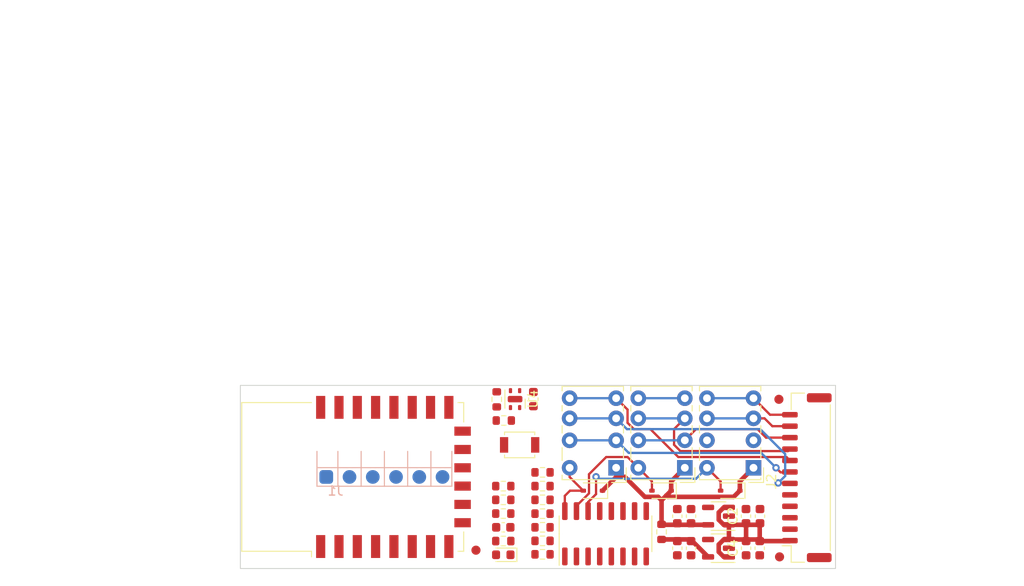
<source format=kicad_pcb>
(kicad_pcb (version 20221018) (generator pcbnew)
  (layers (0 "F.Cu" signal) (31 "B.Cu" signal) (34 "B.Paste" user) (35 "F.Paste" user) (36 "B.SilkS" user "B.Silkscreen") (37 "F.SilkS" user "F.Silkscreen") (38 "B.Mask" user) (39 "F.Mask" user) (44 "Edge.Cuts" user))
  (net 0 "")
  (net 1 "+VDC")
  (net 2 "GND")
  (net 3 "+3.3V")
  (net 4 "VBUS")
  (net 5 "HRO1")
  (net 6 "HRO2")
  (net 7 "HRO3")
  (net 8 "TX")
  (net 9 "RX")
  (net 10 "BOOT")
  (net 11 "RST")
  (net 12 "HPO45")
  (net 13 "HI06")
  (net 14 "HI07")
  (net 15 "R1A")
  (net 16 "R1NC")
  (net 17 "R1NO")
  (net 18 "R2A")
  (net 19 "R2NC")
  (net 20 "R3A")
  (net 21 "R3NO")
  (net 22 "R2NO")
  (net 23 "R3NC")
  (net 24 "PHOTO_OUT")
  (net 25 "Net-(U3-GPIO2)")
  (net 26 "SDA")
  (net 27 "SCL")
  (net 28 "LRO1")
  (net 29 "LRO2")
  (net 30 "LR03")
  (net 31 "LPO4")
  (net 32 "LPO5")
  (net 35 "LI06")
  (net 40 "LP45")
  (net 41 "LI07")
  (net 44 "HP45")
  (footprint "Resistor_SMD:R_0603_1608Metric" (layer "F.Cu") (at 133 82)
    (fp_text reference "R7" hide)
    (fp_text value "10K")
    (fp_line (start -0.237258 -0.5225) (end 0.237258 -0.5225) (stroke (width 0.12)) (layer "F.SilkS"))
    (fp_line (start -0.237258 0.5225) (end 0.237258 0.5225) (stroke (width 0.12)) (layer "F.SilkS"))
    (pad "1" smd roundrect (at -0.825 0) (size 0.8 0.95) (layers "F.Cu" "F.Paste" "F.Mask") (net 28 "LRO1"))
    (pad "2" smd roundrect (at 0.825 0) (size 0.8 0.95) (layers "F.Cu" "F.Paste" "F.Mask") (net 2 "GND"))
  )
  (footprint "Capacitor_SMD:C_0603_1608Metric" (layer "F.Cu") (at 149.219738 86.781698 90)
    (fp_text reference "C8" hide)
    (fp_text value "0.1uF")
    (fp_line (start -0.14058 -0.51) (end 0.14058 -0.51) (stroke (width 0.12)) (layer "F.SilkS"))
    (fp_line (start -0.14058 0.51) (end 0.14058 0.51) (stroke (width 0.12)) (layer "F.SilkS"))
    (pad "1" smd roundrect (at -0.775 0 90) (size 0.9 0.95) (layers "F.Cu" "F.Paste" "F.Mask") (net 4 "VBUS"))
    (pad "2" smd roundrect (at 0.775 0 90) (size 0.9 0.95) (layers "F.Cu" "F.Paste" "F.Mask") (net 2 "GND"))
  )
  (footprint "Fiducial:Fiducial_1mm_Mask2mm" (layer "F.Cu") (at 158.816039 74.020892)
    (fp_text reference "FID1" hide)
    (fp_text value "Fiducial")
    (pad "" smd circle (at 0 0) (size 1 1) (layers "F.Cu" "F.Mask") (clearance 0.5))
  )
  (footprint "Fiducial:Fiducial_1mm_Mask2mm" (layer "F.Cu") (at 158.886269 91.22746)
    (fp_text reference "FID2" hide)
    (fp_text value "Fiducial")
    (pad "" smd circle (at 0 0) (size 1 1) (layers "F.Cu" "F.Mask") (clearance 0.5))
  )
  (footprint "Capacitor_SMD:C_0603_1608Metric" (layer "F.Cu") (at 132 74 -90)
    (fp_text reference "C10" hide)
    (fp_text value "0.1uF")
    (fp_line (start -0.14058 -0.51) (end 0.14058 -0.51) (stroke (width 0.12)) (layer "F.SilkS"))
    (fp_line (start -0.14058 0.51) (end 0.14058 0.51) (stroke (width 0.12)) (layer "F.SilkS"))
    (pad "1" smd roundrect (at -0.775 0 270) (size 0.9 0.95) (layers "F.Cu" "F.Paste" "F.Mask") (net 3 "+3.3V"))
    (pad "2" smd roundrect (at 0.775 0 270) (size 0.9 0.95) (layers "F.Cu" "F.Paste" "F.Mask") (net 2 "GND"))
  )
  (footprint "Connector_JST:JST_GH_SM12B-GHS-TB_1x12-1MP_P1.25mm_Horizontal" (layer "F.Cu") (at 161.87 82.58 90)
    (fp_text reference "J2" (at -0.42 -3.87 90) (layer "F.SilkS"))
    (fp_text value "Conn_01x14_Pin")
    (fp_line (start -9.235 -1.71) (end -7.435 -1.71) (stroke (width 0.12)) (layer "F.SilkS"))
    (fp_line (start -9.235 -0.26) (end -9.235 -1.71) (stroke (width 0.12)) (layer "F.SilkS"))
    (fp_line (start -7.965 2.56) (end 7.965 2.56) (stroke (width 0.12)) (layer "F.SilkS"))
    (fp_line (start -7.435 -1.71) (end -7.435 -2.7) (stroke (width 0.12)) (layer "F.SilkS"))
    (fp_line (start 9.235 -1.71) (end 7.435 -1.71) (stroke (width 0.12)) (layer "F.SilkS"))
    (fp_line (start 9.235 -0.26) (end 9.235 -1.71) (stroke (width 0.12)) (layer "F.SilkS"))
    (pad "1" smd roundrect (at -6.875 -1.85 90) (size 0.6 1.7) (layers "F.Cu" "F.Paste" "F.Mask") (net 1 "+VDC"))
    (pad "2" smd roundrect (at -5.625 -1.85 90) (size 0.6 1.7) (layers "F.Cu" "F.Paste" "F.Mask") (net 2 "GND"))
    (pad "3" smd roundrect (at -4.375 -1.85 90) (size 0.6 1.7) (layers "F.Cu" "F.Paste" "F.Mask") (net 12 "HPO45"))
    (pad "4" smd roundrect (at -3.125 -1.85 90) (size 0.6 1.7) (layers "F.Cu" "F.Paste" "F.Mask") (net 13 "HI06"))
    (pad "5" smd roundrect (at -1.875 -1.85 90) (size 0.6 1.7) (layers "F.Cu" "F.Paste" "F.Mask") (net 14 "HI07"))
    (pad "6" smd roundrect (at -0.625 -1.85 90) (size 0.6 1.7) (layers "F.Cu" "F.Paste" "F.Mask") (net 15 "R1A"))
    (pad "7" smd roundrect (at 0.625 -1.85 90) (size 0.6 1.7) (layers "F.Cu" "F.Paste" "F.Mask") (net 16 "R1NC"))
    (pad "8" smd roundrect (at 1.875 -1.85 90) (size 0.6 1.7) (layers "F.Cu" "F.Paste" "F.Mask") (net 17 "R1NO"))
    (pad "9" smd roundrect (at 3.125 -1.85 90) (size 0.6 1.7) (layers "F.Cu" "F.Paste" "F.Mask") (net 18 "R2A"))
    (pad "10" smd roundrect (at 4.375 -1.85 90) (size 0.6 1.7) (layers "F.Cu" "F.Paste" "F.Mask") (net 19 "R2NC"))
    (pad "11" smd roundrect (at 5.625 -1.85 90) (size 0.6 1.7) (layers "F.Cu" "F.Paste" "F.Mask") (net 20 "R3A"))
    (pad "12" smd roundrect (at 6.875 -1.85 90) (size 0.6 1.7) (layers "F.Cu" "F.Paste" "F.Mask") (net 21 "R3NO"))
    (pad "MP" smd roundrect (at -8.725 1.35 90) (size 1 2.7) (layers "F.Cu" "F.Paste" "F.Mask"))
    (pad "MP" smd roundrect (at 8.725 1.35 90) (size 1 2.7) (layers "F.Cu" "F.Paste" "F.Mask"))
  )
  (footprint "Relay_THT:Relay_DPDT_Omron_G6K-2P-Y" (layer "F.Cu") (at 148.54 81.5 180)
    (fp_text reference "K2" hide)
    (fp_text value "G6K-2P-Y")
    (fp_line (start -1.1 -1.6) (end 0.5 -1.6) (stroke (width 0.12)) (layer "F.SilkS"))
    (fp_line (start -1.1 0) (end -1.1 -1.6) (stroke (width 0.12)) (layer "F.SilkS"))
    (fp_line (start -0.8 -1.3) (end -0.8 -1.1) (stroke (width 0.12)) (layer "F.SilkS"))
    (fp_line (start -0.8 -1.3) (end 5.9 -1.3) (stroke (width 0.12)) (layer "F.SilkS"))
    (fp_line (start -0.8 2.2) (end -0.8 1.1) (stroke (width 0.12)) (layer "F.SilkS"))
    (fp_line (start -0.8 4.6) (end -0.8 3.8) (stroke (width 0.12)) (layer "F.SilkS"))
    (fp_line (start -0.8 6.8) (end -0.8 6.2) (stroke (width 0.12)) (layer "F.SilkS"))
    (fp_line (start -0.8 8.9) (end -0.8 8.4) (stroke (width 0.12)) (layer "F.SilkS"))
    (fp_line (start 5.9 -1.3) (end 5.9 -0.8) (stroke (width 0.12)) (layer "F.SilkS"))
    (fp_line (start 5.9 0.8) (end 5.9 2.2) (stroke (width 0.12)) (layer "F.SilkS"))
    (fp_line (start 5.9 3.8) (end 5.9 4.6) (stroke (width 0.12)) (layer "F.SilkS"))
    (fp_line (start 5.9 6.2) (end 5.9 6.8) (stroke (width 0.12)) (layer "F.SilkS"))
    (fp_line (start 5.9 8.4) (end 5.9 8.9) (stroke (width 0.12)) (layer "F.SilkS"))
    (fp_line (start 5.9 8.9) (end -0.8 8.9) (stroke (width 0.12)) (layer "F.SilkS"))
    (pad "1" thru_hole rect (at 0 0 180) (size 1.7 1.7) (drill 0.85) (layers "*.Cu" "*.Mask") (net 4 "VBUS"))
    (pad "2" thru_hole circle (at 0 3 180) (size 1.7 1.7) (drill 0.85) (layers "*.Cu" "*.Mask") (net 19 "R2NC"))
    (pad "3" thru_hole circle (at 0 5.4 180) (size 1.7 1.7) (drill 0.85) (layers "*.Cu" "*.Mask") (net 18 "R2A"))
    (pad "4" thru_hole circle (at 0 7.6 180) (size 1.7 1.7) (drill 0.85) (layers "*.Cu" "*.Mask") (net 22 "R2NO"))
    (pad "5" thru_hole circle (at 5.08 7.6 180) (size 1.7 1.7) (drill 0.85) (layers "*.Cu" "*.Mask") (net 22 "R2NO"))
    (pad "6" thru_hole circle (at 5.08 5.4 180) (size 1.7 1.7) (drill 0.85) (layers "*.Cu" "*.Mask") (net 18 "R2A"))
    (pad "7" thru_hole circle (at 5.08 3 180) (size 1.7 1.7) (drill 0.85) (layers "*.Cu" "*.Mask") (net 19 "R2NC"))
    (pad "8" thru_hole circle (at 5.08 0 180) (size 1.7 1.7) (drill 0.85) (layers "*.Cu" "*.Mask") (net 6 "HRO2"))
  )
  (footprint "Resistor_SMD:R_0603_1608Metric" (layer "F.Cu") (at 128 74.025 90)
    (fp_text reference "R5" hide)
    (fp_text value "10K")
    (fp_line (start -0.237258 -0.5225) (end 0.237258 -0.5225) (stroke (width 0.12)) (layer "F.SilkS"))
    (fp_line (start -0.237258 0.5225) (end 0.237258 0.5225) (stroke (width 0.12)) (layer "F.SilkS"))
    (pad "1" smd roundrect (at -0.825 0 90) (size 0.8 0.95) (layers "F.Cu" "F.Paste" "F.Mask") (net 3 "+3.3V"))
    (pad "2" smd roundrect (at 0.825 0 90) (size 0.8 0.95) (layers "F.Cu" "F.Paste" "F.Mask") (net 27 "SCL"))
  )
  (footprint "Sensor_Humidity:Sensirion_DFN-4-1EP_2x2mm_P1mm_EP0.7x1.6mm" (layer "F.Cu") (at 130 74 -90)
    (fp_text reference "U4" (at 0 -1.95 90) (layer "F.SilkS"))
    (fp_text value "SHTC3")
    (fp_line (start -1 1.11) (end 1 1.11) (stroke (width 0.12)) (layer "F.SilkS"))
    (fp_line (start 0 -1.11) (end 1 -1.11) (stroke (width 0.12)) (layer "F.SilkS"))
    (pad "1" smd roundrect (at -0.925 -0.5 270) (size 0.55 0.35) (layers "F.Cu" "F.Mask") (net 3 "+3.3V"))
    (pad "2" smd roundrect (at -0.925 0.5 270) (size 0.55 0.35) (layers "F.Cu" "F.Mask") (net 27 "SCL"))
    (pad "3" smd roundrect (at 0.925 0.5 270) (size 0.55 0.35) (layers "F.Cu" "F.Mask") (net 26 "SDA"))
    (pad "4" smd roundrect (at 0.925 -0.5 270) (size 0.55 0.35) (layers "F.Cu" "F.Mask") (net 2 "GND"))
    (pad "5" smd roundrect (at 0 0 270) (size 0.7 1.6) (layers "F.Cu" "F.Mask"))
  )
  (footprint "Diode_SMD:D_SOD-323" (layer "F.Cu") (at 146 84 180)
    (fp_text reference "D2" hide)
    (fp_text value "1N4148WS")
    (fp_line (start -1.61 -0.85) (end -1.61 0.85) (stroke (width 0.12)) (layer "F.SilkS"))
    (fp_line (start -1.61 -0.85) (end 1.05 -0.85) (stroke (width 0.12)) (layer "F.SilkS"))
    (fp_line (start -1.61 0.85) (end 1.05 0.85) (stroke (width 0.12)) (layer "F.SilkS"))
    (pad "1" smd roundrect (at -1.05 0 180) (size 0.6 0.45) (layers "F.Cu" "F.Paste" "F.Mask") (net 4 "VBUS"))
    (pad "2" smd roundrect (at 1.05 0 180) (size 0.6 0.45) (layers "F.Cu" "F.Paste" "F.Mask") (net 6 "HRO2"))
  )
  (footprint "Resistor_SMD:R_0603_1608Metric" (layer "F.Cu") (at 128.769379 76.335976)
    (fp_text reference "R4" hide)
    (fp_text value "10K")
    (fp_line (start -0.237258 -0.5225) (end 0.237258 -0.5225) (stroke (width 0.12)) (layer "F.SilkS"))
    (fp_line (start -0.237258 0.5225) (end 0.237258 0.5225) (stroke (width 0.12)) (layer "F.SilkS"))
    (pad "1" smd roundrect (at -0.825 0) (size 0.8 0.95) (layers "F.Cu" "F.Paste" "F.Mask") (net 3 "+3.3V"))
    (pad "2" smd roundrect (at 0.825 0) (size 0.8 0.95) (layers "F.Cu" "F.Paste" "F.Mask") (net 26 "SDA"))
  )
  (footprint "Resistor_SMD:R_0603_1608Metric" (layer "F.Cu") (at 133 90.95)
    (fp_text reference "R13" hide)
    (fp_text value "10K")
    (fp_line (start -0.237258 -0.5225) (end 0.237258 -0.5225) (stroke (width 0.12)) (layer "F.SilkS"))
    (fp_line (start -0.237258 0.5225) (end 0.237258 0.5225) (stroke (width 0.12)) (layer "F.SilkS"))
    (pad "1" smd roundrect (at -0.825 0) (size 0.8 0.95) (layers "F.Cu" "F.Paste" "F.Mask") (net 13 "HI06"))
    (pad "2" smd roundrect (at 0.825 0) (size 0.8 0.95) (layers "F.Cu" "F.Paste" "F.Mask") (net 2 "GND"))
  )
  (footprint "RF_Module:ESP-12E" (layer "F.Cu") (at 112.27 82.5 90)
    (fp_text reference "U3" hide)
    (fp_text value "ESP-12F")
    (fp_line (start -8.12 -12.12) (end 8.12 -12.12) (stroke (width 0.12)) (layer "F.SilkS"))
    (fp_line (start -8.12 -4.5) (end -8.73 -4.5) (stroke (width 0.12)) (layer "F.SilkS"))
    (fp_line (start -8.12 -4.5) (end -8.12 -12.12) (stroke (width 0.12)) (layer "F.SilkS"))
    (fp_line (start -8.12 12.12) (end -8.12 11.5) (stroke (width 0.12)) (layer "F.SilkS"))
    (fp_line (start -6 12.12) (end -8.12 12.12) (stroke (width 0.12)) (layer "F.SilkS"))
    (fp_line (start 8.12 -12.12) (end 8.12 -4.5) (stroke (width 0.12)) (layer "F.SilkS"))
    (fp_line (start 8.12 11.5) (end 8.12 12.12) (stroke (width 0.12)) (layer "F.SilkS"))
    (fp_line (start 8.12 12.12) (end 6 12.12) (stroke (width 0.12)) (layer "F.SilkS"))
    (pad "1" smd rect (at -7.6 -3.5 90) (size 2.5 1) (layers "F.Cu" "F.Paste" "F.Mask") (net 11 "RST"))
    (pad "2" smd rect (at -7.6 -1.5 90) (size 2.5 1) (layers "F.Cu" "F.Paste" "F.Mask") (net 24 "PHOTO_OUT"))
    (pad "3" smd rect (at -7.6 0.5 90) (size 2.5 1) (layers "F.Cu" "F.Paste" "F.Mask") (net 3 "+3.3V"))
    (pad "4" smd rect (at -7.6 2.5 90) (size 2.5 1) (layers "F.Cu" "F.Paste" "F.Mask") (net 11 "RST"))
    (pad "5" smd rect (at -7.6 4.5 90) (size 2.5 1) (layers "F.Cu" "F.Paste" "F.Mask") (net 29 "LRO2"))
    (pad "6" smd rect (at -7.6 6.5 90) (size 2.5 1) (layers "F.Cu" "F.Paste" "F.Mask") (net 35 "LI06"))
    (pad "7" smd rect (at -7.6 8.5 90) (size 2.5 1) (layers "F.Cu" "F.Paste" "F.Mask") (net 30 "LR03"))
    (pad "8" smd rect (at -7.6 10.5 90) (size 2.5 1) (layers "F.Cu" "F.Paste" "F.Mask") (net 3 "+3.3V"))
    (pad "9" smd rect (at -5 12 90) (size 1 1.8) (layers "F.Cu" "F.Paste" "F.Mask"))
    (pad "10" smd rect (at -3 12 90) (size 1 1.8) (layers "F.Cu" "F.Paste" "F.Mask"))
    (pad "11" smd rect (at -1 12 90) (size 1 1.8) (layers "F.Cu" "F.Paste" "F.Mask") (net 26 "SDA"))
    (pad "12" smd rect (at 1 12 90) (size 1 1.8) (layers "F.Cu" "F.Paste" "F.Mask") (net 27 "SCL"))
    (pad "13" smd rect (at 3 12 90) (size 1 1.8) (layers "F.Cu" "F.Paste" "F.Mask"))
    (pad "14" smd rect (at 5 12 90) (size 1 1.8) (layers "F.Cu" "F.Paste" "F.Mask"))
    (pad "15" smd rect (at 7.6 10.5 90) (size 2.5 1) (layers "F.Cu" "F.Paste" "F.Mask") (net 2 "GND"))
    (pad "16" smd rect (at 7.6 8.5 90) (size 2.5 1) (layers "F.Cu" "F.Paste" "F.Mask") (net 28 "LRO1"))
    (pad "17" smd rect (at 7.6 6.5 90) (size 2.5 1) (layers "F.Cu" "F.Paste" "F.Mask") (net 25 "Net-(U3-GPIO2)"))
    (pad "18" smd rect (at 7.6 4.5 90) (size 2.5 1) (layers "F.Cu" "F.Paste" "F.Mask") (net 10 "BOOT"))
    (pad "19" smd rect (at 7.6 2.5 90) (size 2.5 1) (layers "F.Cu" "F.Paste" "F.Mask") (net 40 "LP45"))
    (pad "20" smd rect (at 7.6 0.5 90) (size 2.5 1) (layers "F.Cu" "F.Paste" "F.Mask") (net 41 "LI07"))
    (pad "21" smd rect (at 7.6 -1.5 90) (size 2.5 1) (layers "F.Cu" "F.Paste" "F.Mask") (net 9 "RX"))
    (pad "22" smd rect (at 7.6 -3.5 90) (size 2.5 1) (layers "F.Cu" "F.Paste" "F.Mask") (net 8 "TX"))
  )
  (footprint "Resistor_SMD:R_0603_1608Metric" (layer "F.Cu") (at 128.7125 89.5)
    (fp_text reference "R6" hide)
    (fp_text value "470")
    (fp_line (start -0.237258 -0.5225) (end 0.237258 -0.5225) (stroke (width 0.12)) (layer "F.SilkS"))
    (fp_line (start -0.237258 0.5225) (end 0.237258 0.5225) (stroke (width 0.12)) (layer "F.SilkS"))
    (pad "1" smd roundrect (at -0.825 0) (size 0.8 0.95) (layers "F.Cu" "F.Paste" "F.Mask") (net 24 "PHOTO_OUT"))
    (pad "2" smd roundrect (at 0.825 0) (size 0.8 0.95) (layers "F.Cu" "F.Paste" "F.Mask") (net 2 "GND"))
  )
  (footprint "Resistor_SMD:R_0603_1608Metric" (layer "F.Cu") (at 128.7125 85)
    (fp_text reference "R2" hide)
    (fp_text value "10K")
    (fp_line (start -0.237258 -0.5225) (end 0.237258 -0.5225) (stroke (width 0.12)) (layer "F.SilkS"))
    (fp_line (start -0.237258 0.5225) (end 0.237258 0.5225) (stroke (width 0.12)) (layer "F.SilkS"))
    (pad "1" smd roundrect (at -0.825 0) (size 0.8 0.95) (layers "F.Cu" "F.Paste" "F.Mask") (net 3 "+3.3V"))
    (pad "2" smd roundrect (at 0.825 0) (size 0.8 0.95) (layers "F.Cu" "F.Paste" "F.Mask") (net 10 "BOOT"))
  )
  (footprint "Resistor_SMD:R_0603_1608Metric" (layer "F.Cu") (at 128.7125 83.5)
    (fp_text reference "R3" hide)
    (fp_text value "10K")
    (fp_line (start -0.237258 -0.5225) (end 0.237258 -0.5225) (stroke (width 0.12)) (layer "F.SilkS"))
    (fp_line (start -0.237258 0.5225) (end 0.237258 0.5225) (stroke (width 0.12)) (layer "F.SilkS"))
    (pad "1" smd roundrect (at -0.825 0) (size 0.8 0.95) (layers "F.Cu" "F.Paste" "F.Mask") (net 25 "Net-(U3-GPIO2)"))
    (pad "2" smd roundrect (at 0.825 0) (size 0.8 0.95) (layers "F.Cu" "F.Paste" "F.Mask") (net 3 "+3.3V"))
  )
  (footprint "Capacitor_SMD:C_0603_1608Metric" (layer "F.Cu") (at 155.231738 90.281698 90)
    (fp_text reference "C4" (at 0 -1.43 90) (layer "F.SilkS"))
    (fp_text value "0.1uF")
    (fp_line (start -0.14058 -0.51) (end 0.14058 -0.51) (stroke (width 0.12)) (layer "F.SilkS"))
    (fp_line (start -0.14058 0.51) (end 0.14058 0.51) (stroke (width 0.12)) (layer "F.SilkS"))
    (pad "1" smd roundrect (at -0.775 0 90) (size 0.9 0.95) (layers "F.Cu" "F.Paste" "F.Mask") (net 2 "GND"))
    (pad "2" smd roundrect (at 0.775 0 90) (size 0.9 0.95) (layers "F.Cu" "F.Paste" "F.Mask") (net 1 "+VDC"))
  )
  (footprint "Capacitor_SMD:C_0603_1608Metric" (layer "F.Cu") (at 128.7125 88)
    (fp_text reference "C3" hide)
    (fp_text value "0.1uF")
    (fp_line (start -0.14058 -0.51) (end 0.14058 -0.51) (stroke (width 0.12)) (layer "F.SilkS"))
    (fp_line (start -0.14058 0.51) (end 0.14058 0.51) (stroke (width 0.12)) (layer "F.SilkS"))
    (pad "1" smd roundrect (at -0.775 0) (size 0.9 0.95) (layers "F.Cu" "F.Paste" "F.Mask") (net 3 "+3.3V"))
    (pad "2" smd roundrect (at 0.775 0) (size 0.9 0.95) (layers "F.Cu" "F.Paste" "F.Mask") (net 2 "GND"))
  )
  (footprint "Capacitor_SMD:C_0603_1608Metric" (layer "F.Cu") (at 149.219738 90.281698 -90)
    (fp_text reference "C7" hide)
    (fp_text value "22uF")
    (fp_line (start -0.14058 -0.51) (end 0.14058 -0.51) (stroke (width 0.12)) (layer "F.SilkS"))
    (fp_line (start -0.14058 0.51) (end 0.14058 0.51) (stroke (width 0.12)) (layer "F.SilkS"))
    (pad "1" smd roundrect (at -0.775 0 270) (size 0.9 0.95) (layers "F.Cu" "F.Paste" "F.Mask") (net 3 "+3.3V"))
    (pad "2" smd roundrect (at 0.775 0 270) (size 0.9 0.95) (layers "F.Cu" "F.Paste" "F.Mask") (net 2 "GND"))
  )
  (footprint "Capacitor_SMD:C_0603_1608Metric" (layer "F.Cu") (at 147.719738 86.781698 90)
    (fp_text reference "C6" hide)
    (fp_text value "22uF")
    (fp_line (start -0.14058 -0.51) (end 0.14058 -0.51) (stroke (width 0.12)) (layer "F.SilkS"))
    (fp_line (start -0.14058 0.51) (end 0.14058 0.51) (stroke (width 0.12)) (layer "F.SilkS"))
    (pad "1" smd roundrect (at -0.775 0 90) (size 0.9 0.95) (layers "F.Cu" "F.Paste" "F.Mask") (net 4 "VBUS"))
    (pad "2" smd roundrect (at 0.775 0 90) (size 0.9 0.95) (layers "F.Cu" "F.Paste" "F.Mask") (net 2 "GND"))
  )
  (footprint "Resistor_SMD:R_0603_1608Metric" (layer "F.Cu") (at 133 85)
    (fp_text reference "R9" hide)
    (fp_text value "10K")
    (fp_line (start -0.237258 -0.5225) (end 0.237258 -0.5225) (stroke (width 0.12)) (layer "F.SilkS"))
    (fp_line (start -0.237258 0.5225) (end 0.237258 0.5225) (stroke (width 0.12)) (layer "F.SilkS"))
    (pad "1" smd roundrect (at -0.825 0) (size 0.8 0.95) (layers "F.Cu" "F.Paste" "F.Mask") (net 30 "LR03"))
    (pad "2" smd roundrect (at 0.825 0) (size 0.8 0.95) (layers "F.Cu" "F.Paste" "F.Mask") (net 2 "GND"))
  )
  (footprint "Relay_THT:Relay_DPDT_Omron_G6K-2P-Y" (layer "F.Cu") (at 141.04 81.5 180)
    (fp_text reference "K1" hide)
    (fp_text value "G6K-2P-Y")
    (fp_line (start -1.1 -1.6) (end 0.5 -1.6) (stroke (width 0.12)) (layer "F.SilkS"))
    (fp_line (start -1.1 0) (end -1.1 -1.6) (stroke (width 0.12)) (layer "F.SilkS"))
    (fp_line (start -0.8 -1.3) (end -0.8 -1.1) (stroke (width 0.12)) (layer "F.SilkS"))
    (fp_line (start -0.8 -1.3) (end 5.9 -1.3) (stroke (width 0.12)) (layer "F.SilkS"))
    (fp_line (start -0.8 2.2) (end -0.8 1.1) (stroke (width 0.12)) (layer "F.SilkS"))
    (fp_line (start -0.8 4.6) (end -0.8 3.8) (stroke (width 0.12)) (layer "F.SilkS"))
    (fp_line (start -0.8 6.8) (end -0.8 6.2) (stroke (width 0.12)) (layer "F.SilkS"))
    (fp_line (start -0.8 8.9) (end -0.8 8.4) (stroke (width 0.12)) (layer "F.SilkS"))
    (fp_line (start 5.9 -1.3) (end 5.9 -0.8) (stroke (width 0.12)) (layer "F.SilkS"))
    (fp_line (start 5.9 0.8) (end 5.9 2.2) (stroke (width 0.12)) (layer "F.SilkS"))
    (fp_line (start 5.9 3.8) (end 5.9 4.6) (stroke (width 0.12)) (layer "F.SilkS"))
    (fp_line (start 5.9 6.2) (end 5.9 6.8) (stroke (width 0.12)) (layer "F.SilkS"))
    (fp_line (start 5.9 8.4) (end 5.9 8.9) (stroke (width 0.12)) (layer "F.SilkS"))
    (fp_line (start 5.9 8.9) (end -0.8 8.9) (stroke (width 0.12)) (layer "F.SilkS"))
    (pad "1" thru_hole rect (at 0 0 180) (size 1.7 1.7) (drill 0.85) (layers "*.Cu" "*.Mask") (net 4 "VBUS"))
    (pad "2" thru_hole circle (at 0 3 180) (size 1.7 1.7) (drill 0.85) (layers "*.Cu" "*.Mask") (net 16 "R1NC"))
    (pad "3" thru_hole circle (at 0 5.4 180) (size 1.7 1.7) (drill 0.85) (layers "*.Cu" "*.Mask") (net 15 "R1A"))
    (pad "4" thru_hole circle (at 0 7.6 180) (size 1.7 1.7) (drill 0.85) (layers "*.Cu" "*.Mask") (net 17 "R1NO"))
    (pad "5" thru_hole circle (at 5.08 7.6 180) (size 1.7 1.7) (drill 0.85) (layers "*.Cu" "*.Mask") (net 17 "R1NO"))
    (pad "6" thru_hole circle (at 5.08 5.4 180) (size 1.7 1.7) (drill 0.85) (layers "*.Cu" "*.Mask") (net 15 "R1A"))
    (pad "7" thru_hole circle (at 5.08 3 180) (size 1.7 1.7) (drill 0.85) (layers "*.Cu" "*.Mask") (net 16 "R1NC"))
    (pad "8" thru_hole circle (at 5.08 0 180) (size 1.7 1.7) (drill 0.85) (layers "*.Cu" "*.Mask") (net 5 "HRO1"))
  )
  (footprint "LED_SMD:LED_0603_1608Metric" (layer "F.Cu") (at 128.7125 91 180)
    (fp_text reference "Q1" hide)
    (fp_text value "Q_Photo_NPN")
    (fp_line (start -1.485 -0.735) (end -1.485 0.735) (stroke (width 0.12)) (layer "F.SilkS"))
    (fp_line (start -1.485 0.735) (end 0.8 0.735) (stroke (width 0.12)) (layer "F.SilkS"))
    (fp_line (start 0.8 -0.735) (end -1.485 -0.735) (stroke (width 0.12)) (layer "F.SilkS"))
    (pad "1" smd roundrect (at -0.7875 0 180) (size 0.875 0.95) (layers "F.Cu" "F.Paste" "F.Mask") (net 3 "+3.3V"))
    (pad "2" smd roundrect (at 0.7875 0 180) (size 0.875 0.95) (layers "F.Cu" "F.Paste" "F.Mask") (net 24 "PHOTO_OUT"))
  )
  (footprint "Resistor_SMD:R_0603_1608Metric" (layer "F.Cu") (at 146 88.5 -90)
    (fp_text reference "JP1" hide)
    (fp_text value "Jumper_2_Open")
    (fp_line (start -0.237258 -0.5225) (end 0.237258 -0.5225) (stroke (width 0.12)) (layer "F.SilkS"))
    (fp_line (start -0.237258 0.5225) (end 0.237258 0.5225) (stroke (width 0.12)) (layer "F.SilkS"))
    (pad "1" smd roundrect (at -0.825 0 270) (size 0.8 0.95) (layers "F.Cu" "F.Paste" "F.Mask") (net 4 "VBUS"))
    (pad "2" smd roundrect (at 0.825 0 270) (size 0.8 0.95) (layers "F.Cu" "F.Paste" "F.Mask") (net 3 "+3.3V"))
  )
  (footprint "Capacitor_SMD:C_0603_1608Metric" (layer "F.Cu") (at 156.749738 86.781698 -90)
    (fp_text reference "C5" hide)
    (fp_text value "0.1uF")
    (fp_line (start -0.14058 -0.51) (end 0.14058 -0.51) (stroke (width 0.12)) (layer "F.SilkS"))
    (fp_line (start -0.14058 0.51) (end 0.14058 0.51) (stroke (width 0.12)) (layer "F.SilkS"))
    (pad "1" smd roundrect (at -0.775 0 270) (size 0.9 0.95) (layers "F.Cu" "F.Paste" "F.Mask") (net 2 "GND"))
    (pad "2" smd roundrect (at 0.775 0 270) (size 0.9 0.95) (layers "F.Cu" "F.Paste" "F.Mask") (net 1 "+VDC"))
  )
  (footprint "Button_Switch_SMD:SW_SPST_B3U-1000P" (layer "F.Cu") (at 130.5 79)
    (fp_text reference "SW1" hide)
    (fp_text value "SW_SPST")
    (fp_line (start -1.65 -1.4) (end 1.65 -1.4) (stroke (width 0.12)) (layer "F.SilkS"))
    (fp_line (start -1.65 -1.1) (end -1.65 -1.4) (stroke (width 0.12)) (layer "F.SilkS"))
    (fp_line (start -1.65 1.1) (end -1.65 1.4) (stroke (width 0.12)) (layer "F.SilkS"))
    (fp_line (start -1.65 1.4) (end 1.65 1.4) (stroke (width 0.12)) (layer "F.SilkS"))
    (fp_line (start 1.65 -1.4) (end 1.65 -1.1) (stroke (width 0.12)) (layer "F.SilkS"))
    (fp_line (start 1.65 1.4) (end 1.65 1.1) (stroke (width 0.12)) (layer "F.SilkS"))
    (pad "1" smd rect (at -1.7 0) (size 0.9 1.7) (layers "F.Cu" "F.Paste" "F.Mask") (net 10 "BOOT"))
    (pad "2" smd rect (at 1.7 0) (size 0.9 1.7) (layers "F.Cu" "F.Paste" "F.Mask") (net 2 "GND"))
  )
  (footprint "Capacitor_SMD:C_0603_1608Metric" (layer "F.Cu") (at 147.719738 90.281698 -90)
    (fp_text reference "C9" hide)
    (fp_text value "0.1uF")
    (fp_line (start -0.14058 -0.51) (end 0.14058 -0.51) (stroke (width 0.12)) (layer "F.SilkS"))
    (fp_line (start -0.14058 0.51) (end 0.14058 0.51) (stroke (width 0.12)) (layer "F.SilkS"))
    (pad "1" smd roundrect (at -0.775 0 270) (size 0.9 0.95) (layers "F.Cu" "F.Paste" "F.Mask") (net 3 "+3.3V"))
    (pad "2" smd roundrect (at 0.775 0 270) (size 0.9 0.95) (layers "F.Cu" "F.Paste" "F.Mask") (net 2 "GND"))
  )
  (footprint "Diode_SMD:D_SOD-323" (layer "F.Cu") (at 153.5 84 180)
    (fp_text reference "D3" hide)
    (fp_text value "1N4148WS")
    (fp_line (start -1.61 -0.85) (end -1.61 0.85) (stroke (width 0.12)) (layer "F.SilkS"))
    (fp_line (start -1.61 -0.85) (end 1.05 -0.85) (stroke (width 0.12)) (layer "F.SilkS"))
    (fp_line (start -1.61 0.85) (end 1.05 0.85) (stroke (width 0.12)) (layer "F.SilkS"))
    (pad "1" smd roundrect (at -1.05 0 180) (size 0.6 0.45) (layers "F.Cu" "F.Paste" "F.Mask") (net 4 "VBUS"))
    (pad "2" smd roundrect (at 1.05 0 180) (size 0.6 0.45) (layers "F.Cu" "F.Paste" "F.Mask") (net 7 "HRO3"))
  )
  (footprint "Diode_SMD:D_SOD-323" (layer "F.Cu") (at 138.5 84 180)
    (fp_text reference "D1" hide)
    (fp_text value "1N4148WS")
    (fp_line (start -1.61 -0.85) (end -1.61 0.85) (stroke (width 0.12)) (layer "F.SilkS"))
    (fp_line (start -1.61 -0.85) (end 1.05 -0.85) (stroke (width 0.12)) (layer "F.SilkS"))
    (fp_line (start -1.61 0.85) (end 1.05 0.85) (stroke (width 0.12)) (layer "F.SilkS"))
    (pad "1" smd roundrect (at -1.05 0 180) (size 0.6 0.45) (layers "F.Cu" "F.Paste" "F.Mask") (net 4 "VBUS"))
    (pad "2" smd roundrect (at 1.05 0 180) (size 0.6 0.45) (layers "F.Cu" "F.Paste" "F.Mask") (net 5 "HRO1"))
  )
  (footprint "Resistor_SMD:R_0603_1608Metric" (layer "F.Cu") (at 133 86.51)
    (fp_text reference "R10" hide)
    (fp_text value "10K")
    (fp_line (start -0.237258 -0.5225) (end 0.237258 -0.5225) (stroke (width 0.12)) (layer "F.SilkS"))
    (fp_line (start -0.237258 0.5225) (end 0.237258 0.5225) (stroke (width 0.12)) (layer "F.SilkS"))
    (pad "1" smd roundrect (at -0.825 0) (size 0.8 0.95) (layers "F.Cu" "F.Paste" "F.Mask") (net 31 "LPO4"))
    (pad "2" smd roundrect (at 0.825 0) (size 0.8 0.95) (layers "F.Cu" "F.Paste" "F.Mask") (net 2 "GND"))
  )
  (footprint "Resistor_SMD:R_0603_1608Metric" (layer "F.Cu") (at 133 83.5)
    (fp_text reference "R8" hide)
    (fp_text value "10K")
    (fp_line (start -0.237258 -0.5225) (end 0.237258 -0.5225) (stroke (width 0.12)) (layer "F.SilkS"))
    (fp_line (start -0.237258 0.5225) (end 0.237258 0.5225) (stroke (width 0.12)) (layer "F.SilkS"))
    (pad "1" smd roundrect (at -0.825 0) (size 0.8 0.95) (layers "F.Cu" "F.Paste" "F.Mask") (net 29 "LRO2"))
    (pad "2" smd roundrect (at 0.825 0) (size 0.8 0.95) (layers "F.Cu" "F.Paste" "F.Mask") (net 2 "GND"))
  )
  (footprint "Capacitor_SMD:C_0603_1608Metric" (layer "F.Cu") (at 156.719738 90.281698 -90)
    (fp_text reference "C1" hide)
    (fp_text value "22uF")
    (fp_line (start -0.14058 -0.51) (end 0.14058 -0.51) (stroke (width 0.12)) (layer "F.SilkS"))
    (fp_line (start -0.14058 0.51) (end 0.14058 0.51) (stroke (width 0.12)) (layer "F.SilkS"))
    (pad "1" smd roundrect (at -0.775 0 270) (size 0.9 0.95) (layers "F.Cu" "F.Paste" "F.Mask") (net 1 "+VDC"))
    (pad "2" smd roundrect (at 0.775 0 270) (size 0.9 0.95) (layers "F.Cu" "F.Paste" "F.Mask") (net 2 "GND"))
  )
  (footprint "Package_TO_SOT_SMD:SOT-23-5" (layer "F.Cu") (at 152.219738 86.776698 180)
    (fp_text reference "U1" hide)
    (fp_text value "SPX3819M5-L-5-0")
    (fp_line (start 0 -1.56) (end -1.8 -1.56) (stroke (width 0.12)) (layer "F.SilkS"))
    (fp_line (start 0 -1.56) (end 0.8 -1.56) (stroke (width 0.12)) (layer "F.SilkS"))
    (fp_line (start 0 1.56) (end -0.8 1.56) (stroke (width 0.12)) (layer "F.SilkS"))
    (fp_line (start 0 1.56) (end 0.8 1.56) (stroke (width 0.12)) (layer "F.SilkS"))
    (pad "1" smd roundrect (at -1.1375 -0.95 180) (size 1.325 0.6) (layers "F.Cu" "F.Paste" "F.Mask") (net 1 "+VDC"))
    (pad "2" smd roundrect (at -1.1375 0 180) (size 1.325 0.6) (layers "F.Cu" "F.Paste" "F.Mask") (net 2 "GND"))
    (pad "3" smd roundrect (at -1.1375 0.95 180) (size 1.325 0.6) (layers "F.Cu" "F.Paste" "F.Mask") (net 1 "+VDC"))
    (pad "4" smd roundrect (at 1.1375 0.95 180) (size 1.325 0.6) (layers "F.Cu" "F.Paste" "F.Mask"))
    (pad "5" smd roundrect (at 1.1375 -0.95 180) (size 1.325 0.6) (layers "F.Cu" "F.Paste" "F.Mask") (net 4 "VBUS"))
  )
  (footprint "Resistor_SMD:R_0603_1608Metric" (layer "F.Cu") (at 128.7125 86.5 180)
    (fp_text reference "R1" hide)
    (fp_text value "10K")
    (fp_line (start -0.237258 -0.5225) (end 0.237258 -0.5225) (stroke (width 0.12)) (layer "F.SilkS"))
    (fp_line (start -0.237258 0.5225) (end 0.237258 0.5225) (stroke (width 0.12)) (layer "F.SilkS"))
    (pad "1" smd roundrect (at -0.825 0 180) (size 0.8 0.95) (layers "F.Cu" "F.Paste" "F.Mask") (net 3 "+3.3V"))
    (pad "2" smd roundrect (at 0.825 0 180) (size 0.8 0.95) (layers "F.Cu" "F.Paste" "F.Mask") (net 11 "RST"))
  )
  (footprint "Fiducial:Fiducial_1mm_Mask2mm" (layer "F.Cu") (at 125.73 90.5)
    (fp_text reference "FID3" hide)
    (fp_text value "Fiducial")
    (pad "" smd circle (at 0 0) (size 1 1) (layers "F.Cu" "F.Mask") (clearance 0.5))
  )
  (footprint "Resistor_SMD:R_0603_1608Metric" (layer "F.Cu") (at 133 89.48)
    (fp_text reference "R12" hide)
    (fp_text value "10K")
    (fp_line (start -0.237258 -0.5225) (end 0.237258 -0.5225) (stroke (width 0.12)) (layer "F.SilkS"))
    (fp_line (start -0.237258 0.5225) (end 0.237258 0.5225) (stroke (width 0.12)) (layer "F.SilkS"))
    (pad "1" smd roundrect (at -0.825 0) (size 0.8 0.95) (layers "F.Cu" "F.Paste" "F.Mask") (net 14 "HI07"))
    (pad "2" smd roundrect (at 0.825 0) (size 0.8 0.95) (layers "F.Cu" "F.Paste" "F.Mask") (net 2 "GND"))
  )
  (footprint "Resistor_SMD:R_0603_1608Metric" (layer "F.Cu") (at 133 88)
    (fp_text reference "R11" hide)
    (fp_text value "10K")
    (fp_line (start -0.237258 -0.5225) (end 0.237258 -0.5225) (stroke (width 0.12)) (layer "F.SilkS"))
    (fp_line (start -0.237258 0.5225) (end 0.237258 0.5225) (stroke (width 0.12)) (layer "F.SilkS"))
    (pad "1" smd roundrect (at -0.825 0) (size 0.8 0.95) (layers "F.Cu" "F.Paste" "F.Mask") (net 32 "LPO5"))
    (pad "2" smd roundrect (at 0.825 0) (size 0.8 0.95) (layers "F.Cu" "F.Paste" "F.Mask") (net 2 "GND"))
  )
  (footprint "Relay_THT:Relay_DPDT_Omron_G6K-2P-Y" (layer "F.Cu") (at 156.04 81.5 180)
    (fp_text reference "K3" hide)
    (fp_text value "G6K-2P-Y")
    (fp_line (start -1.1 -1.6) (end 0.5 -1.6) (stroke (width 0.12)) (layer "F.SilkS"))
    (fp_line (start -1.1 0) (end -1.1 -1.6) (stroke (width 0.12)) (layer "F.SilkS"))
    (fp_line (start -0.8 -1.3) (end -0.8 -1.1) (stroke (width 0.12)) (layer "F.SilkS"))
    (fp_line (start -0.8 -1.3) (end 5.9 -1.3) (stroke (width 0.12)) (layer "F.SilkS"))
    (fp_line (start -0.8 2.2) (end -0.8 1.1) (stroke (width 0.12)) (layer "F.SilkS"))
    (fp_line (start -0.8 4.6) (end -0.8 3.8) (stroke (width 0.12)) (layer "F.SilkS"))
    (fp_line (start -0.8 6.8) (end -0.8 6.2) (stroke (width 0.12)) (layer "F.SilkS"))
    (fp_line (start -0.8 8.9) (end -0.8 8.4) (stroke (width 0.12)) (layer "F.SilkS"))
    (fp_line (start 5.9 -1.3) (end 5.9 -0.8) (stroke (width 0.12)) (layer "F.SilkS"))
    (fp_line (start 5.9 0.8) (end 5.9 2.2) (stroke (width 0.12)) (layer "F.SilkS"))
    (fp_line (start 5.9 3.8) (end 5.9 4.6) (stroke (width 0.12)) (layer "F.SilkS"))
    (fp_line (start 5.9 6.2) (end 5.9 6.8) (stroke (width 0.12)) (layer "F.SilkS"))
    (fp_line (start 5.9 8.4) (end 5.9 8.9) (stroke (width 0.12)) (layer "F.SilkS"))
    (fp_line (start 5.9 8.9) (end -0.8 8.9) (stroke (width 0.12)) (layer "F.SilkS"))
    (pad "1" thru_hole rect (at 0 0 180) (size 1.7 1.7) (drill 0.85) (layers "*.Cu" "*.Mask") (net 4 "VBUS"))
    (pad "2" thru_hole circle (at 0 3 180) (size 1.7 1.7) (drill 0.85) (layers "*.Cu" "*.Mask") (net 23 "R3NC"))
    (pad "3" thru_hole circle (at 0 5.4 180) (size 1.7 1.7) (drill 0.85) (layers "*.Cu" "*.Mask") (net 20 "R3A"))
    (pad "4" thru_hole circle (at 0 7.6 180) (size 1.7 1.7) (drill 0.85) (layers "*.Cu" "*.Mask") (net 21 "R3NO"))
    (pad "5" thru_hole circle (at 5.08 7.6 180) (size 1.7 1.7) (drill 0.85) (layers "*.Cu" "*.Mask") (net 21 "R3NO"))
    (pad "6" thru_hole circle (at 5.08 5.4 180) (size 1.7 1.7) (drill 0.85) (layers "*.Cu" "*.Mask") (net 20 "R3A"))
    (pad "7" thru_hole circle (at 5.08 3 180) (size 1.7 1.7) (drill 0.85) (layers "*.Cu" "*.Mask") (net 23 "R3NC"))
    (pad "8" thru_hole circle (at 5.08 0 180) (size 1.7 1.7) (drill 0.85) (layers "*.Cu" "*.Mask") (net 7 "HRO3"))
  )
  (footprint "Package_SO:SOIC-16_3.9x9.9mm_P1.27mm" (layer "F.Cu") (at 139.880391 88.70549 90)
    (fp_text reference "U5" hide)
    (fp_text value "ULN2003A")
    (fp_line (start 0 -5.06) (end -3.45 -5.06) (stroke (width 0.12)) (layer "F.SilkS"))
    (fp_line (start 0 -5.06) (end 1.95 -5.06) (stroke (width 0.12)) (layer "F.SilkS"))
    (fp_line (start 0 5.06) (end -1.95 5.06) (stroke (width 0.12)) (layer "F.SilkS"))
    (fp_line (start 0 5.06) (end 1.95 5.06) (stroke (width 0.12)) (layer "F.SilkS"))
    (pad "1" smd roundrect (at -2.475 -4.445 90) (size 1.95 0.6) (layers "F.Cu" "F.Paste" "F.Mask") (net 28 "LRO1"))
    (pad "2" smd roundrect (at -2.475 -3.175 90) (size 1.95 0.6) (layers "F.Cu" "F.Paste" "F.Mask") (net 29 "LRO2"))
    (pad "3" smd roundrect (at -2.475 -1.905 90) (size 1.95 0.6) (layers "F.Cu" "F.Paste" "F.Mask") (net 30 "LR03"))
    (pad "4" smd roundrect (at -2.475 -0.635 90) (size 1.95 0.6) (layers "F.Cu" "F.Paste" "F.Mask") (net 40 "LP45"))
    (pad "5" smd roundrect (at -2.475 0.635 90) (size 1.95 0.6) (layers "F.Cu" "F.Paste" "F.Mask") (net 40 "LP45"))
    (pad "6" smd roundrect (at -2.475 1.905 90) (size 1.95 0.6) (layers "F.Cu" "F.Paste" "F.Mask") (net 13 "HI06"))
    (pad "7" smd roundrect (at -2.475 3.175 90) (size 1.95 0.6) (layers "F.Cu" "F.Paste" "F.Mask") (net 14 "HI07"))
    (pad "8" smd roundrect (at -2.475 4.445 90) (size 1.95 0.6) (layers "F.Cu" "F.Paste" "F.Mask") (net 2 "GND"))
    (pad "9" smd roundrect (at 2.475 4.445 90) (size 1.95 0.6) (layers "F.Cu" "F.Paste" "F.Mask"))
    (pad "10" smd roundrect (at 2.475 3.175 90) (size 1.95 0.6) (layers "F.Cu" "F.Paste" "F.Mask") (net 41 "LI07"))
    (pad "11" smd roundrect (at 2.475 1.905 90) (size 1.95 0.6) (layers "F.Cu" "F.Paste" "F.Mask") (net 35 "LI06"))
    (pad "12" smd roundrect (at 2.475 0.635 90) (size 1.95 0.6) (layers "F.Cu" "F.Paste" "F.Mask") (net 44 "HP45"))
    (pad "13" smd roundrect (at 2.475 -0.635 90) (size 1.95 0.6) (layers "F.Cu" "F.Paste" "F.Mask") (net 44 "HP45"))
    (pad "14" smd roundrect (at 2.475 -1.905 90) (size 1.95 0.6) (layers "F.Cu" "F.Paste" "F.Mask") (net 7 "HRO3"))
    (pad "15" smd roundrect (at 2.475 -3.175 90) (size 1.95 0.6) (layers "F.Cu" "F.Paste" "F.Mask") (net 6 "HRO2"))
    (pad "16" smd roundrect (at 2.475 -4.445 90) (size 1.95 0.6) (layers "F.Cu" "F.Paste" "F.Mask") (net 5 "HRO1"))
  )
  (footprint "Capacitor_SMD:C_0603_1608Metric" (layer "F.Cu") (at 155.219738 86.781698 90)
    (fp_text reference "C2" (at 0 -1.43 90) (layer "F.SilkS"))
    (fp_text value "22uF")
    (fp_line (start -0.14058 -0.51) (end 0.14058 -0.51) (stroke (width 0.12)) (layer "F.SilkS"))
    (fp_line (start -0.14058 0.51) (end 0.14058 0.51) (stroke (width 0.12)) (layer "F.SilkS"))
    (pad "1" smd roundrect (at -0.775 0 90) (size 0.9 0.95) (layers "F.Cu" "F.Paste" "F.Mask") (net 1 "+VDC"))
    (pad "2" smd roundrect (at 0.775 0 90) (size 0.9 0.95) (layers "F.Cu" "F.Paste" "F.Mask") (net 2 "GND"))
  )
  (footprint "Package_TO_SOT_SMD:SOT-23-5" (layer "F.Cu") (at 152.219738 90.281698 180)
    (fp_text reference "U2" hide)
    (fp_text value "SPX3819M5-L-3-3")
    (fp_line (start 0 -1.56) (end -1.8 -1.56) (stroke (width 0.12)) (layer "F.SilkS"))
    (fp_line (start 0 -1.56) (end 0.8 -1.56) (stroke (width 0.12)) (layer "F.SilkS"))
    (fp_line (start 0 1.56) (end -0.8 1.56) (stroke (width 0.12)) (layer "F.SilkS"))
    (fp_line (start 0 1.56) (end 0.8 1.56) (stroke (width 0.12)) (layer "F.SilkS"))
    (pad "1" smd roundrect (at -1.1375 -0.95 180) (size 1.325 0.6) (layers "F.Cu" "F.Paste" "F.Mask") (net 1 "+VDC"))
    (pad "2" smd roundrect (at -1.1375 0 180) (size 1.325 0.6) (layers "F.Cu" "F.Paste" "F.Mask") (net 2 "GND"))
    (pad "3" smd roundrect (at -1.1375 0.95 180) (size 1.325 0.6) (layers "F.Cu" "F.Paste" "F.Mask") (net 1 "+VDC"))
    (pad "4" smd roundrect (at 1.1375 0.95 180) (size 1.325 0.6) (layers "F.Cu" "F.Paste" "F.Mask"))
    (pad "5" smd roundrect (at 1.1375 -0.95 180) (size 1.325 0.6) (layers "F.Cu" "F.Paste" "F.Mask") (net 3 "+3.3V"))
  )
  (footprint "TestPoint:TestPoint_Pad_1.0x1.0mm_6pad" (layer "B.Cu") (at 109.38 82.5)
    (fp_text reference "J1" (at 1.016 1.524) (layer "B.SilkS") (effects (justify mirror)))
    (fp_text value "Conn_01x06_Pin")
    (fp_line (start -1.016 -2.794) (end -1.016 1.016) (stroke (width 0.12)) (layer "B.SilkS"))
    (fp_line (start -1.016 1.016) (end 13.716 1.016) (stroke (width 0.12)) (layer "B.SilkS"))
    (fp_line (start 1.27 -2.794) (end 1.27 1.016) (stroke (width 0.12)) (layer "B.SilkS"))
    (fp_line (start 3.81 -2.794) (end 3.81 1.016) (stroke (width 0.12)) (layer "B.SilkS"))
    (fp_line (start 6.35 -2.794) (end 6.35 1.016) (stroke (width 0.12)) (layer "B.SilkS"))
    (fp_line (start 8.89 -2.794) (end 8.89 1.016) (stroke (width 0.12)) (layer "B.SilkS"))
    (fp_line (start 11.43 -2.794) (end 11.43 1.016) (stroke (width 0.12)) (layer "B.SilkS"))
    (fp_line (start 13.716 -1.016) (end -1.016 -1.016) (stroke (width 0.12)) (layer "B.SilkS"))
    (fp_line (start 13.716 1.016) (end 13.716 -2.794) (stroke (width 0.12)) (layer "B.SilkS"))
    (pad "1" smd roundrect (at 0 0) (size 1.5 1.5) (layers "B.Cu" "B.Mask") (net 3 "+3.3V"))
    (pad "2" smd circle (at 2.54 0) (size 1.5 1.5) (layers "B.Cu" "B.Mask") (net 8 "TX"))
    (pad "3" smd circle (at 5.08 0) (size 1.5 1.5) (layers "B.Cu" "B.Mask") (net 9 "RX"))
    (pad "4" smd circle (at 7.62 0) (size 1.5 1.5) (layers "B.Cu" "B.Mask") (net 10 "BOOT"))
    (pad "5" smd circle (at 10.16 0) (size 1.5 1.5) (layers "B.Cu" "B.Mask") (net 11 "RST"))
    (pad "6" smd circle (at 12.7 0) (size 1.5 1.5) (layers "B.Cu" "B.Mask") (net 2 "GND"))
  )
  (gr_rect (start 100 72.5) (end 165 92.5) (stroke (width 0.1)) (fill none) (layer "Edge.Cuts"))
  (segment (start 156.719738 89.506698) (end 156.719738 87.586698) (width 0.5) (layer "F.Cu") (net 1))
  (segment (start 153.357238 87.726698) (end 152.796211 87.726698) (width 0.5) (layer "F.Cu") (net 1))
  (segment (start 156.544738 89.331698) (end 156.719738 89.506698) (width 0.5) (layer "F.Cu") (net 1))
  (segment (start 153.357238 89.331698) (end 152.79621 89.331698) (width 0.5) (layer "F.Cu") (net 1))
  (segment (start 152.244738 86.37817) (end 152.79621 85.826698) (width 0.5) (layer "F.Cu") (net 1))
  (segment (start 153.357238 87.726698) (end 156.579738 87.726698) (width 0.5) (layer "F.Cu") (net 1))
  (segment (start 152.79621 85.826698) (end 153.357238 85.826698) (width 0.5) (layer "F.Cu") (net 1))
  (segment (start 156.579738 87.726698) (end 156.749738 87.556698) (width 0.5) (layer "F.Cu") (net 1))
  (segment (start 153.357238 89.331698) (end 156.544738 89.331698) (width 0.5) (layer "F.Cu") (net 1))
  (segment (start 152.244738 87.175226) (end 152.244738 86.37817) (width 0.5) (layer "F.Cu") (net 1))
  (segment (start 156.719738 89.506698) (end 159.968302 89.506698) (width 0.5) (layer "F.Cu") (net 1))
  (segment (start 155.231738 87.568698) (end 155.219738 87.556698) (width 0.5) (layer "F.Cu") (net 1))
  (segment (start 159.968302 89.506698) (end 160.02 89.455) (width 0.5) (layer "F.Cu") (net 1))
  (segment (start 156.719738 87.586698) (end 156.749738 87.556698) (width 0.5) (layer "F.Cu") (net 1))
  (segment (start 152.796211 87.726698) (end 152.244738 87.175226) (width 0.5) (layer "F.Cu") (net 1))
  (segment (start 152.79621 91.231698) (end 153.357238 91.231698) (width 0.5) (layer "F.Cu") (net 1))
  (segment (start 152.244738 90.680226) (end 152.79621 91.231698) (width 0.5) (layer "F.Cu") (net 1))
  (segment (start 152.79621 89.331698) (end 152.244738 89.88317) (width 0.5) (layer "F.Cu") (net 1))
  (segment (start 155.231738 89.506698) (end 155.231738 87.568698) (width 0.5) (layer "F.Cu") (net 1))
  (segment (start 152.244738 89.88317) (end 152.244738 90.680226) (width 0.5) (layer "F.Cu") (net 1))
  (segment (start 153.357238 89.331698) (end 153.357238 87.726698) (width 0.5) (layer "F.Cu") (net 1))
  (segment (start 151.082238 91.231698) (end 149.17554 89.325) (width 0.5) (layer "F.Cu") (net 3))
  (segment (start 149.17554 89.325) (end 146 89.325) (width 0.5) (layer "F.Cu") (net 3))
  (segment (start 147.05 82.99) (end 148.54 81.5) (width 0.5) (layer "F.Cu") (net 4))
  (segment (start 146 87.675) (end 146 85.05) (width 0.5) (layer "F.Cu") (net 4))
  (segment (start 145.625 84.675) (end 144.175 84.675) (width 0.5) (layer "F.Cu") (net 4))
  (segment (start 146.675 84.675) (end 153.875 84.675) (width 0.5) (layer "F.Cu") (net 4))
  (segment (start 144.175 84.675) (end 142 82.5) (width 0.5) (layer "F.Cu") (net 4))
  (segment (start 147.05 84) (end 147.05 82.99) (width 0.5) (layer "F.Cu") (net 4))
  (segment (start 141.05 82.5) (end 139.55 84) (width 0.5) (layer "F.Cu") (net 4))
  (segment (start 153.875 84.675) (end 154.55 84) (width 0.5) (layer "F.Cu") (net 4))
  (segment (start 154.55 84) (end 154.55 82.99) (width 0.5) (layer "F.Cu") (net 4))
  (segment (start 142 82.5) (end 141.05 82.5) (width 0.5) (layer "F.Cu") (net 4))
  (segment (start 146.525 84.525) (end 147.05 84) (width 0.5) (layer "F.Cu") (net 4))
  (segment (start 151.082238 87.726698) (end 146.051698 87.726698) (width 0.5) (layer "F.Cu") (net 4))
  (segment (start 141.04 82.51) (end 141.04 81.5) (width 0.25) (layer "F.Cu") (net 4))
  (segment (start 139.55 84) (end 141.04 82.51) (width 0.25) (layer "F.Cu") (net 4))
  (segment (start 146.525 84.525) (end 146.675 84.675) (width 0.5) (layer "F.Cu") (net 4))
  (segment (start 154.55 82.99) (end 156.04 81.5) (width 0.5) (layer "F.Cu") (net 4))
  (segment (start 146.051698 87.726698) (end 146 87.675) (width 0.5) (layer "F.Cu") (net 4))
  (segment (start 146 85.05) (end 146.525 84.525) (width 0.5) (layer "F.Cu") (net 4))
  (segment (start 146 85.05) (end 145.625 84.675) (width 0.5) (layer "F.Cu") (net 4))
  (segment (start 136 84) (end 135.435391 84.564609) (width 0.25) (layer "F.Cu") (net 5))
  (segment (start 135.96 81.5) (end 135.96 82.51) (width 0.25) (layer "F.Cu") (net 5))
  (segment (start 135.435391 84.564609) (end 135.435391 86.23049) (width 0.25) (layer "F.Cu") (net 5))
  (segment (start 137.45 84) (end 136 84) (width 0.25) (layer "F.Cu") (net 5))
  (segment (start 135.96 82.51) (end 137.45 84) (width 0.25) (layer "F.Cu") (net 5))
  (segment (start 136.705391 85.663327) (end 136.705391 86.23049) (width 0.25) (layer "F.Cu") (net 6))
  (segment (start 142.285 80.325) (end 139.953401 80.325) (width 0.25) (layer "F.Cu") (net 6))
  (segment (start 138.075 84.293718) (end 136.705391 85.663327) (width 0.25) (layer "F.Cu") (net 6))
  (segment (start 138.075 82.203401) (end 138.075 84.293718) (width 0.25) (layer "F.Cu") (net 6))
  (segment (start 144.95 84) (end 144.95 82.99) (width 0.25) (layer "F.Cu") (net 6))
  (segment (start 139.953401 80.325) (end 138.075 82.203401) (width 0.25) (layer "F.Cu") (net 6))
  (segment (start 144.95 82.99) (end 143.46 81.5) (width 0.25) (layer "F.Cu") (net 6))
  (segment (start 143.46 81.5) (end 142.285 80.325) (width 0.25) (layer "F.Cu") (net 6))
  (segment (start 150.96 81.5) (end 152.45 82.99) (width 0.25) (layer "F.Cu") (net 7))
  (segment (start 137.975391 85.243327) (end 138.844067 84.374651) (width 0.25) (layer "F.Cu") (net 7))
  (segment (start 137.975391 86.23049) (end 137.975391 85.243327) (width 0.25) (layer "F.Cu") (net 7))
  (segment (start 138.844067 84.374651) (end 138.844067 82.484667) (width 0.25) (layer "F.Cu") (net 7))
  (segment (start 152.45 82.99) (end 152.45 84) (width 0.25) (layer "F.Cu") (net 7))
  (via (at 138.844067 82.484667) (size 0.8) (drill 0.4) (layers "F.Cu" "B.Cu") (net 7))
  (segment (start 150.96 81.5) (end 149.75863 82.70137) (width 0.25) (layer "B.Cu") (net 7))
  (segment (start 149.75863 82.70137) (end 139.06077 82.70137) (width 0.25) (layer "B.Cu") (net 7))
  (segment (start 139.06077 82.70137) (end 138.844067 82.484667) (width 0.25) (layer "B.Cu") (net 7))
  (segment (start 158.74078 83.155746) (end 159.970746 83.155746) (width 0.25) (layer "F.Cu") (net 15))
  (segment (start 159.970746 83.155746) (end 160.02 83.205) (width 0.25) (layer "F.Cu") (net 15))
  (via (at 158.74078 83.155746) (size 0.8) (drill 0.4) (layers "F.Cu" "B.Cu") (net 15))
  (segment (start 141.04 76.1) (end 142.215 77.275) (width 0.25) (layer "B.Cu") (net 15))
  (segment (start 156.775 77.275) (end 159.5 80) (width 0.25) (layer "B.Cu") (net 15))
  (segment (start 159.5 82.396526) (end 158.74078 83.155746) (width 0.25) (layer "B.Cu") (net 15))
  (segment (start 135.96 76.1) (end 141.04 76.1) (width 0.25) (layer "B.Cu") (net 15))
  (segment (start 142.215 77.275) (end 156.775 77.275) (width 0.25) (layer "B.Cu") (net 15))
  (segment (start 159.5 80) (end 159.5 82.396526) (width 0.25) (layer "B.Cu") (net 15))
  (segment (start 159.975 82) (end 160.02 81.955) (width 0.25) (layer "F.Cu") (net 16))
  (segment (start 159 82) (end 159.975 82) (width 0.25) (layer "F.Cu") (net 16))
  (segment (start 158.5 81.5) (end 159 82) (width 0.25) (layer "F.Cu") (net 16))
  (via (at 158.5 81.5) (size 0.8) (drill 0.4) (layers "F.Cu" "B.Cu") (net 16))
  (segment (start 142.415 79.875) (end 156.875 79.875) (width 0.25) (layer "B.Cu") (net 16))
  (segment (start 135.96 78.5) (end 141.04 78.5) (width 0.25) (layer "B.Cu") (net 16))
  (segment (start 141.04 78.5) (end 142.415 79.875) (width 0.25) (layer "B.Cu") (net 16))
  (segment (start 156.875 79.875) (end 158.5 81.5) (width 0.25) (layer "B.Cu") (net 16))
  (segment (start 144.775 77.275) (end 142.973299 77.275) (width 0.25) (layer "F.Cu") (net 17))
  (segment (start 147.825 80.325) (end 144.775 77.275) (width 0.25) (layer "F.Cu") (net 17))
  (segment (start 142.973299 77.275) (end 142.285 76.586701) (width 0.25) (layer "F.Cu") (net 17))
  (segment (start 159.64 80.325) (end 147.825 80.325) (width 0.25) (layer "F.Cu") (net 17))
  (segment (start 142.285 76.586701) (end 142.285 75.145) (width 0.25) (layer "F.Cu") (net 17))
  (segment (start 142.285 75.145) (end 141.04 73.9) (width 0.25) (layer "F.Cu") (net 17))
  (segment (start 160.02 80.705) (end 159.64 80.325) (width 0.25) (layer "F.Cu") (net 17))
  (segment (start 135.96 73.9) (end 141.04 73.9) (width 0.25) (layer "B.Cu") (net 17))
  (segment (start 159.8 79.675) (end 148.053299 79.675) (width 0.25) (layer "F.Cu") (net 18))
  (segment (start 147.365 78.986701) (end 147.365 77.275) (width 0.25) (layer "F.Cu") (net 18))
  (segment (start 160.02 79.455) (end 159.8 79.675) (width 0.25) (layer "F.Cu") (net 18))
  (segment (start 147.365 77.275) (end 148.54 76.1) (width 0.25) (layer "F.Cu") (net 18))
  (segment (start 148.053299 79.675) (end 147.365 78.986701) (width 0.25) (layer "F.Cu") (net 18))
  (segment (start 143.46 76.1) (end 148.54 76.1) (width 0.25) (layer "B.Cu") (net 18))
  (segment (start 149.765 77.275) (end 148.54 78.5) (width 0.25) (layer "F.Cu") (net 19))
  (segment (start 157.406701 78.205) (end 156.476701 77.275) (width 0.25) (layer "F.Cu") (net 19))
  (segment (start 160.02 78.205) (end 157.406701 78.205) (width 0.25) (layer "F.Cu") (net 19))
  (segment (start 156.476701 77.275) (end 149.765 77.275) (width 0.25) (layer "F.Cu") (net 19))
  (segment (start 143.46 78.5) (end 148.54 78.5) (width 0.25) (layer "B.Cu") (net 19))
  (segment (start 156.04 76.1) (end 157.242081 76.1) (width 0.25) (layer "F.Cu") (net 20))
  (segment (start 158.097081 76.955) (end 160.02 76.955) (width 0.25) (layer "F.Cu") (net 20))
  (segment (start 157.242081 76.1) (end 158.097081 76.955) (width 0.25) (layer "F.Cu") (net 20))
  (segment (start 150.96 76.1) (end 156.04 76.1) (width 0.25) (layer "B.Cu") (net 20))
  (segment (start 157.845 75.705) (end 156.04 73.9) (width 0.25) (layer "F.Cu") (net 21))
  (segment (start 160.02 75.705) (end 157.845 75.705) (width 0.25) (layer "F.Cu") (net 21))
  (segment (start 150.96 73.9) (end 156.04 73.9) (width 0.25) (layer "B.Cu") (net 21))
  (segment (start 143.46 73.9) (end 148.54 73.9) (width 0.25) (layer "B.Cu") (net 22))
)
</source>
